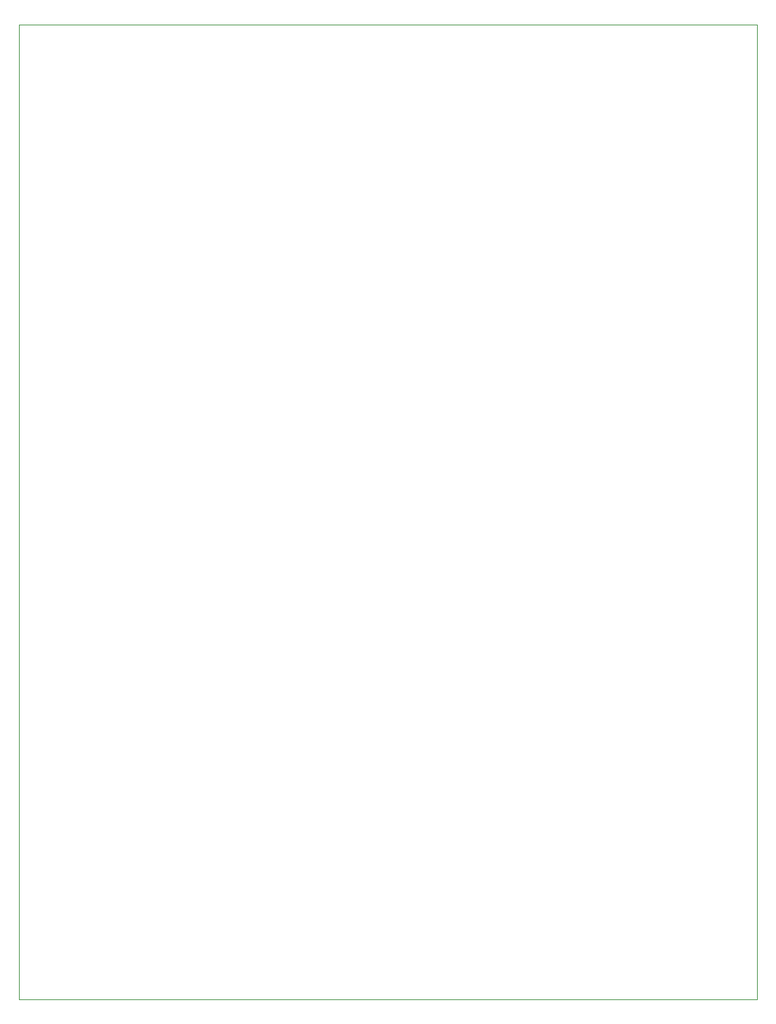
<source format=gbr>
%TF.GenerationSoftware,KiCad,Pcbnew,8.0.1*%
%TF.CreationDate,2024-08-26T16:05:16-04:00*%
%TF.ProjectId,16ch-driver-v1,31366368-2d64-4726-9976-65722d76312e,rev?*%
%TF.SameCoordinates,Original*%
%TF.FileFunction,Profile,NP*%
%FSLAX46Y46*%
G04 Gerber Fmt 4.6, Leading zero omitted, Abs format (unit mm)*
G04 Created by KiCad (PCBNEW 8.0.1) date 2024-08-26 16:05:16*
%MOMM*%
%LPD*%
G01*
G04 APERTURE LIST*
%TA.AperFunction,Profile*%
%ADD10C,0.100000*%
%TD*%
G04 APERTURE END LIST*
D10*
X94075000Y-41835000D02*
X183025000Y-41835000D01*
X183025000Y-159060000D01*
X94075000Y-159060000D01*
X94075000Y-41835000D01*
M02*

</source>
